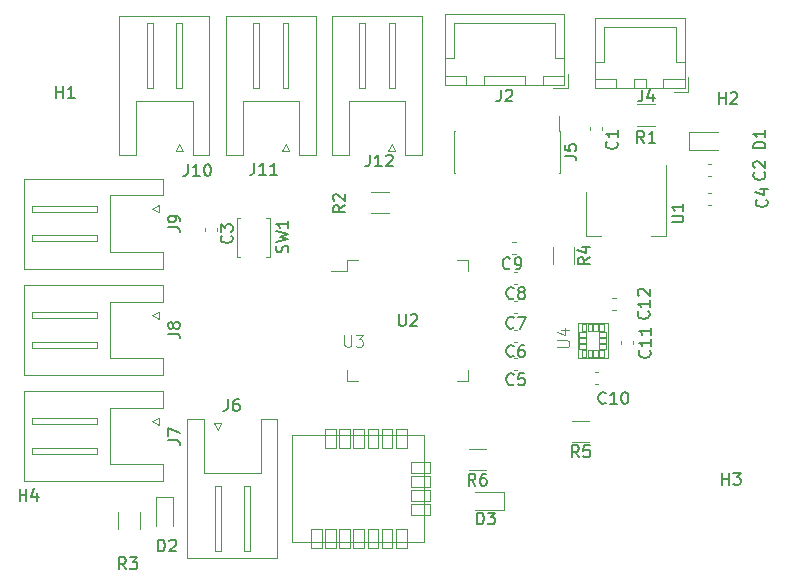
<source format=gbr>
%TF.GenerationSoftware,KiCad,Pcbnew,(7.0.0)*%
%TF.CreationDate,2023-10-25T22:20:09+02:00*%
%TF.ProjectId,ProjetA,50726f6a-6574-4412-9e6b-696361645f70,rev?*%
%TF.SameCoordinates,Original*%
%TF.FileFunction,Legend,Top*%
%TF.FilePolarity,Positive*%
%FSLAX46Y46*%
G04 Gerber Fmt 4.6, Leading zero omitted, Abs format (unit mm)*
G04 Created by KiCad (PCBNEW (7.0.0)) date 2023-10-25 22:20:09*
%MOMM*%
%LPD*%
G01*
G04 APERTURE LIST*
%ADD10C,0.150000*%
%ADD11C,0.100000*%
%ADD12C,0.120000*%
%ADD13C,0.020000*%
%ADD14C,0.050000*%
G04 APERTURE END LIST*
D10*
%TO.C,J11*%
X102590476Y-61367380D02*
X102590476Y-62081666D01*
X102590476Y-62081666D02*
X102542857Y-62224523D01*
X102542857Y-62224523D02*
X102447619Y-62319761D01*
X102447619Y-62319761D02*
X102304762Y-62367380D01*
X102304762Y-62367380D02*
X102209524Y-62367380D01*
X103590476Y-62367380D02*
X103019048Y-62367380D01*
X103304762Y-62367380D02*
X103304762Y-61367380D01*
X103304762Y-61367380D02*
X103209524Y-61510238D01*
X103209524Y-61510238D02*
X103114286Y-61605476D01*
X103114286Y-61605476D02*
X103019048Y-61653095D01*
X104542857Y-62367380D02*
X103971429Y-62367380D01*
X104257143Y-62367380D02*
X104257143Y-61367380D01*
X104257143Y-61367380D02*
X104161905Y-61510238D01*
X104161905Y-61510238D02*
X104066667Y-61605476D01*
X104066667Y-61605476D02*
X103971429Y-61653095D01*
%TO.C,R1*%
X135608333Y-59667380D02*
X135275000Y-59191190D01*
X135036905Y-59667380D02*
X135036905Y-58667380D01*
X135036905Y-58667380D02*
X135417857Y-58667380D01*
X135417857Y-58667380D02*
X135513095Y-58715000D01*
X135513095Y-58715000D02*
X135560714Y-58762619D01*
X135560714Y-58762619D02*
X135608333Y-58857857D01*
X135608333Y-58857857D02*
X135608333Y-59000714D01*
X135608333Y-59000714D02*
X135560714Y-59095952D01*
X135560714Y-59095952D02*
X135513095Y-59143571D01*
X135513095Y-59143571D02*
X135417857Y-59191190D01*
X135417857Y-59191190D02*
X135036905Y-59191190D01*
X136560714Y-59667380D02*
X135989286Y-59667380D01*
X136275000Y-59667380D02*
X136275000Y-58667380D01*
X136275000Y-58667380D02*
X136179762Y-58810238D01*
X136179762Y-58810238D02*
X136084524Y-58905476D01*
X136084524Y-58905476D02*
X135989286Y-58953095D01*
%TO.C,J10*%
X96990476Y-61467380D02*
X96990476Y-62181666D01*
X96990476Y-62181666D02*
X96942857Y-62324523D01*
X96942857Y-62324523D02*
X96847619Y-62419761D01*
X96847619Y-62419761D02*
X96704762Y-62467380D01*
X96704762Y-62467380D02*
X96609524Y-62467380D01*
X97990476Y-62467380D02*
X97419048Y-62467380D01*
X97704762Y-62467380D02*
X97704762Y-61467380D01*
X97704762Y-61467380D02*
X97609524Y-61610238D01*
X97609524Y-61610238D02*
X97514286Y-61705476D01*
X97514286Y-61705476D02*
X97419048Y-61753095D01*
X98609524Y-61467380D02*
X98704762Y-61467380D01*
X98704762Y-61467380D02*
X98800000Y-61515000D01*
X98800000Y-61515000D02*
X98847619Y-61562619D01*
X98847619Y-61562619D02*
X98895238Y-61657857D01*
X98895238Y-61657857D02*
X98942857Y-61848333D01*
X98942857Y-61848333D02*
X98942857Y-62086428D01*
X98942857Y-62086428D02*
X98895238Y-62276904D01*
X98895238Y-62276904D02*
X98847619Y-62372142D01*
X98847619Y-62372142D02*
X98800000Y-62419761D01*
X98800000Y-62419761D02*
X98704762Y-62467380D01*
X98704762Y-62467380D02*
X98609524Y-62467380D01*
X98609524Y-62467380D02*
X98514286Y-62419761D01*
X98514286Y-62419761D02*
X98466667Y-62372142D01*
X98466667Y-62372142D02*
X98419048Y-62276904D01*
X98419048Y-62276904D02*
X98371429Y-62086428D01*
X98371429Y-62086428D02*
X98371429Y-61848333D01*
X98371429Y-61848333D02*
X98419048Y-61657857D01*
X98419048Y-61657857D02*
X98466667Y-61562619D01*
X98466667Y-61562619D02*
X98514286Y-61515000D01*
X98514286Y-61515000D02*
X98609524Y-61467380D01*
%TO.C,C3*%
X100672142Y-67516666D02*
X100719761Y-67564285D01*
X100719761Y-67564285D02*
X100767380Y-67707142D01*
X100767380Y-67707142D02*
X100767380Y-67802380D01*
X100767380Y-67802380D02*
X100719761Y-67945237D01*
X100719761Y-67945237D02*
X100624523Y-68040475D01*
X100624523Y-68040475D02*
X100529285Y-68088094D01*
X100529285Y-68088094D02*
X100338809Y-68135713D01*
X100338809Y-68135713D02*
X100195952Y-68135713D01*
X100195952Y-68135713D02*
X100005476Y-68088094D01*
X100005476Y-68088094D02*
X99910238Y-68040475D01*
X99910238Y-68040475D02*
X99815000Y-67945237D01*
X99815000Y-67945237D02*
X99767380Y-67802380D01*
X99767380Y-67802380D02*
X99767380Y-67707142D01*
X99767380Y-67707142D02*
X99815000Y-67564285D01*
X99815000Y-67564285D02*
X99862619Y-67516666D01*
X99767380Y-67183332D02*
X99767380Y-66564285D01*
X99767380Y-66564285D02*
X100148333Y-66897618D01*
X100148333Y-66897618D02*
X100148333Y-66754761D01*
X100148333Y-66754761D02*
X100195952Y-66659523D01*
X100195952Y-66659523D02*
X100243571Y-66611904D01*
X100243571Y-66611904D02*
X100338809Y-66564285D01*
X100338809Y-66564285D02*
X100576904Y-66564285D01*
X100576904Y-66564285D02*
X100672142Y-66611904D01*
X100672142Y-66611904D02*
X100719761Y-66659523D01*
X100719761Y-66659523D02*
X100767380Y-66754761D01*
X100767380Y-66754761D02*
X100767380Y-67040475D01*
X100767380Y-67040475D02*
X100719761Y-67135713D01*
X100719761Y-67135713D02*
X100672142Y-67183332D01*
%TO.C,R6*%
X121333333Y-88687380D02*
X121000000Y-88211190D01*
X120761905Y-88687380D02*
X120761905Y-87687380D01*
X120761905Y-87687380D02*
X121142857Y-87687380D01*
X121142857Y-87687380D02*
X121238095Y-87735000D01*
X121238095Y-87735000D02*
X121285714Y-87782619D01*
X121285714Y-87782619D02*
X121333333Y-87877857D01*
X121333333Y-87877857D02*
X121333333Y-88020714D01*
X121333333Y-88020714D02*
X121285714Y-88115952D01*
X121285714Y-88115952D02*
X121238095Y-88163571D01*
X121238095Y-88163571D02*
X121142857Y-88211190D01*
X121142857Y-88211190D02*
X120761905Y-88211190D01*
X122190476Y-87687380D02*
X122000000Y-87687380D01*
X122000000Y-87687380D02*
X121904762Y-87735000D01*
X121904762Y-87735000D02*
X121857143Y-87782619D01*
X121857143Y-87782619D02*
X121761905Y-87925476D01*
X121761905Y-87925476D02*
X121714286Y-88115952D01*
X121714286Y-88115952D02*
X121714286Y-88496904D01*
X121714286Y-88496904D02*
X121761905Y-88592142D01*
X121761905Y-88592142D02*
X121809524Y-88639761D01*
X121809524Y-88639761D02*
X121904762Y-88687380D01*
X121904762Y-88687380D02*
X122095238Y-88687380D01*
X122095238Y-88687380D02*
X122190476Y-88639761D01*
X122190476Y-88639761D02*
X122238095Y-88592142D01*
X122238095Y-88592142D02*
X122285714Y-88496904D01*
X122285714Y-88496904D02*
X122285714Y-88258809D01*
X122285714Y-88258809D02*
X122238095Y-88163571D01*
X122238095Y-88163571D02*
X122190476Y-88115952D01*
X122190476Y-88115952D02*
X122095238Y-88068333D01*
X122095238Y-88068333D02*
X121904762Y-88068333D01*
X121904762Y-88068333D02*
X121809524Y-88115952D01*
X121809524Y-88115952D02*
X121761905Y-88163571D01*
X121761905Y-88163571D02*
X121714286Y-88258809D01*
%TO.C,D2*%
X94461905Y-94267380D02*
X94461905Y-93267380D01*
X94461905Y-93267380D02*
X94700000Y-93267380D01*
X94700000Y-93267380D02*
X94842857Y-93315000D01*
X94842857Y-93315000D02*
X94938095Y-93410238D01*
X94938095Y-93410238D02*
X94985714Y-93505476D01*
X94985714Y-93505476D02*
X95033333Y-93695952D01*
X95033333Y-93695952D02*
X95033333Y-93838809D01*
X95033333Y-93838809D02*
X94985714Y-94029285D01*
X94985714Y-94029285D02*
X94938095Y-94124523D01*
X94938095Y-94124523D02*
X94842857Y-94219761D01*
X94842857Y-94219761D02*
X94700000Y-94267380D01*
X94700000Y-94267380D02*
X94461905Y-94267380D01*
X95414286Y-93362619D02*
X95461905Y-93315000D01*
X95461905Y-93315000D02*
X95557143Y-93267380D01*
X95557143Y-93267380D02*
X95795238Y-93267380D01*
X95795238Y-93267380D02*
X95890476Y-93315000D01*
X95890476Y-93315000D02*
X95938095Y-93362619D01*
X95938095Y-93362619D02*
X95985714Y-93457857D01*
X95985714Y-93457857D02*
X95985714Y-93553095D01*
X95985714Y-93553095D02*
X95938095Y-93695952D01*
X95938095Y-93695952D02*
X95366667Y-94267380D01*
X95366667Y-94267380D02*
X95985714Y-94267380D01*
%TO.C,H4*%
X82738095Y-89967380D02*
X82738095Y-88967380D01*
X82738095Y-89443571D02*
X83309523Y-89443571D01*
X83309523Y-89967380D02*
X83309523Y-88967380D01*
X84214285Y-89300714D02*
X84214285Y-89967380D01*
X83976190Y-88919761D02*
X83738095Y-89634047D01*
X83738095Y-89634047D02*
X84357142Y-89634047D01*
%TO.C,C9*%
X124258333Y-70272142D02*
X124210714Y-70319761D01*
X124210714Y-70319761D02*
X124067857Y-70367380D01*
X124067857Y-70367380D02*
X123972619Y-70367380D01*
X123972619Y-70367380D02*
X123829762Y-70319761D01*
X123829762Y-70319761D02*
X123734524Y-70224523D01*
X123734524Y-70224523D02*
X123686905Y-70129285D01*
X123686905Y-70129285D02*
X123639286Y-69938809D01*
X123639286Y-69938809D02*
X123639286Y-69795952D01*
X123639286Y-69795952D02*
X123686905Y-69605476D01*
X123686905Y-69605476D02*
X123734524Y-69510238D01*
X123734524Y-69510238D02*
X123829762Y-69415000D01*
X123829762Y-69415000D02*
X123972619Y-69367380D01*
X123972619Y-69367380D02*
X124067857Y-69367380D01*
X124067857Y-69367380D02*
X124210714Y-69415000D01*
X124210714Y-69415000D02*
X124258333Y-69462619D01*
X124734524Y-70367380D02*
X124925000Y-70367380D01*
X124925000Y-70367380D02*
X125020238Y-70319761D01*
X125020238Y-70319761D02*
X125067857Y-70272142D01*
X125067857Y-70272142D02*
X125163095Y-70129285D01*
X125163095Y-70129285D02*
X125210714Y-69938809D01*
X125210714Y-69938809D02*
X125210714Y-69557857D01*
X125210714Y-69557857D02*
X125163095Y-69462619D01*
X125163095Y-69462619D02*
X125115476Y-69415000D01*
X125115476Y-69415000D02*
X125020238Y-69367380D01*
X125020238Y-69367380D02*
X124829762Y-69367380D01*
X124829762Y-69367380D02*
X124734524Y-69415000D01*
X124734524Y-69415000D02*
X124686905Y-69462619D01*
X124686905Y-69462619D02*
X124639286Y-69557857D01*
X124639286Y-69557857D02*
X124639286Y-69795952D01*
X124639286Y-69795952D02*
X124686905Y-69891190D01*
X124686905Y-69891190D02*
X124734524Y-69938809D01*
X124734524Y-69938809D02*
X124829762Y-69986428D01*
X124829762Y-69986428D02*
X125020238Y-69986428D01*
X125020238Y-69986428D02*
X125115476Y-69938809D01*
X125115476Y-69938809D02*
X125163095Y-69891190D01*
X125163095Y-69891190D02*
X125210714Y-69795952D01*
%TO.C,H2*%
X141938095Y-56367380D02*
X141938095Y-55367380D01*
X141938095Y-55843571D02*
X142509523Y-55843571D01*
X142509523Y-56367380D02*
X142509523Y-55367380D01*
X142938095Y-55462619D02*
X142985714Y-55415000D01*
X142985714Y-55415000D02*
X143080952Y-55367380D01*
X143080952Y-55367380D02*
X143319047Y-55367380D01*
X143319047Y-55367380D02*
X143414285Y-55415000D01*
X143414285Y-55415000D02*
X143461904Y-55462619D01*
X143461904Y-55462619D02*
X143509523Y-55557857D01*
X143509523Y-55557857D02*
X143509523Y-55653095D01*
X143509523Y-55653095D02*
X143461904Y-55795952D01*
X143461904Y-55795952D02*
X142890476Y-56367380D01*
X142890476Y-56367380D02*
X143509523Y-56367380D01*
%TO.C,J12*%
X112390476Y-60667380D02*
X112390476Y-61381666D01*
X112390476Y-61381666D02*
X112342857Y-61524523D01*
X112342857Y-61524523D02*
X112247619Y-61619761D01*
X112247619Y-61619761D02*
X112104762Y-61667380D01*
X112104762Y-61667380D02*
X112009524Y-61667380D01*
X113390476Y-61667380D02*
X112819048Y-61667380D01*
X113104762Y-61667380D02*
X113104762Y-60667380D01*
X113104762Y-60667380D02*
X113009524Y-60810238D01*
X113009524Y-60810238D02*
X112914286Y-60905476D01*
X112914286Y-60905476D02*
X112819048Y-60953095D01*
X113771429Y-60762619D02*
X113819048Y-60715000D01*
X113819048Y-60715000D02*
X113914286Y-60667380D01*
X113914286Y-60667380D02*
X114152381Y-60667380D01*
X114152381Y-60667380D02*
X114247619Y-60715000D01*
X114247619Y-60715000D02*
X114295238Y-60762619D01*
X114295238Y-60762619D02*
X114342857Y-60857857D01*
X114342857Y-60857857D02*
X114342857Y-60953095D01*
X114342857Y-60953095D02*
X114295238Y-61095952D01*
X114295238Y-61095952D02*
X113723810Y-61667380D01*
X113723810Y-61667380D02*
X114342857Y-61667380D01*
%TO.C,D1*%
X145867380Y-60138094D02*
X144867380Y-60138094D01*
X144867380Y-60138094D02*
X144867380Y-59899999D01*
X144867380Y-59899999D02*
X144915000Y-59757142D01*
X144915000Y-59757142D02*
X145010238Y-59661904D01*
X145010238Y-59661904D02*
X145105476Y-59614285D01*
X145105476Y-59614285D02*
X145295952Y-59566666D01*
X145295952Y-59566666D02*
X145438809Y-59566666D01*
X145438809Y-59566666D02*
X145629285Y-59614285D01*
X145629285Y-59614285D02*
X145724523Y-59661904D01*
X145724523Y-59661904D02*
X145819761Y-59757142D01*
X145819761Y-59757142D02*
X145867380Y-59899999D01*
X145867380Y-59899999D02*
X145867380Y-60138094D01*
X145867380Y-58614285D02*
X145867380Y-59185713D01*
X145867380Y-58899999D02*
X144867380Y-58899999D01*
X144867380Y-58899999D02*
X145010238Y-58995237D01*
X145010238Y-58995237D02*
X145105476Y-59090475D01*
X145105476Y-59090475D02*
X145153095Y-59185713D01*
%TO.C,C11*%
X136072142Y-77242857D02*
X136119761Y-77290476D01*
X136119761Y-77290476D02*
X136167380Y-77433333D01*
X136167380Y-77433333D02*
X136167380Y-77528571D01*
X136167380Y-77528571D02*
X136119761Y-77671428D01*
X136119761Y-77671428D02*
X136024523Y-77766666D01*
X136024523Y-77766666D02*
X135929285Y-77814285D01*
X135929285Y-77814285D02*
X135738809Y-77861904D01*
X135738809Y-77861904D02*
X135595952Y-77861904D01*
X135595952Y-77861904D02*
X135405476Y-77814285D01*
X135405476Y-77814285D02*
X135310238Y-77766666D01*
X135310238Y-77766666D02*
X135215000Y-77671428D01*
X135215000Y-77671428D02*
X135167380Y-77528571D01*
X135167380Y-77528571D02*
X135167380Y-77433333D01*
X135167380Y-77433333D02*
X135215000Y-77290476D01*
X135215000Y-77290476D02*
X135262619Y-77242857D01*
X136167380Y-76290476D02*
X136167380Y-76861904D01*
X136167380Y-76576190D02*
X135167380Y-76576190D01*
X135167380Y-76576190D02*
X135310238Y-76671428D01*
X135310238Y-76671428D02*
X135405476Y-76766666D01*
X135405476Y-76766666D02*
X135453095Y-76861904D01*
X136167380Y-75338095D02*
X136167380Y-75909523D01*
X136167380Y-75623809D02*
X135167380Y-75623809D01*
X135167380Y-75623809D02*
X135310238Y-75719047D01*
X135310238Y-75719047D02*
X135405476Y-75814285D01*
X135405476Y-75814285D02*
X135453095Y-75909523D01*
%TO.C,C8*%
X124570833Y-72802142D02*
X124523214Y-72849761D01*
X124523214Y-72849761D02*
X124380357Y-72897380D01*
X124380357Y-72897380D02*
X124285119Y-72897380D01*
X124285119Y-72897380D02*
X124142262Y-72849761D01*
X124142262Y-72849761D02*
X124047024Y-72754523D01*
X124047024Y-72754523D02*
X123999405Y-72659285D01*
X123999405Y-72659285D02*
X123951786Y-72468809D01*
X123951786Y-72468809D02*
X123951786Y-72325952D01*
X123951786Y-72325952D02*
X123999405Y-72135476D01*
X123999405Y-72135476D02*
X124047024Y-72040238D01*
X124047024Y-72040238D02*
X124142262Y-71945000D01*
X124142262Y-71945000D02*
X124285119Y-71897380D01*
X124285119Y-71897380D02*
X124380357Y-71897380D01*
X124380357Y-71897380D02*
X124523214Y-71945000D01*
X124523214Y-71945000D02*
X124570833Y-71992619D01*
X125142262Y-72325952D02*
X125047024Y-72278333D01*
X125047024Y-72278333D02*
X124999405Y-72230714D01*
X124999405Y-72230714D02*
X124951786Y-72135476D01*
X124951786Y-72135476D02*
X124951786Y-72087857D01*
X124951786Y-72087857D02*
X124999405Y-71992619D01*
X124999405Y-71992619D02*
X125047024Y-71945000D01*
X125047024Y-71945000D02*
X125142262Y-71897380D01*
X125142262Y-71897380D02*
X125332738Y-71897380D01*
X125332738Y-71897380D02*
X125427976Y-71945000D01*
X125427976Y-71945000D02*
X125475595Y-71992619D01*
X125475595Y-71992619D02*
X125523214Y-72087857D01*
X125523214Y-72087857D02*
X125523214Y-72135476D01*
X125523214Y-72135476D02*
X125475595Y-72230714D01*
X125475595Y-72230714D02*
X125427976Y-72278333D01*
X125427976Y-72278333D02*
X125332738Y-72325952D01*
X125332738Y-72325952D02*
X125142262Y-72325952D01*
X125142262Y-72325952D02*
X125047024Y-72373571D01*
X125047024Y-72373571D02*
X124999405Y-72421190D01*
X124999405Y-72421190D02*
X124951786Y-72516428D01*
X124951786Y-72516428D02*
X124951786Y-72706904D01*
X124951786Y-72706904D02*
X124999405Y-72802142D01*
X124999405Y-72802142D02*
X125047024Y-72849761D01*
X125047024Y-72849761D02*
X125142262Y-72897380D01*
X125142262Y-72897380D02*
X125332738Y-72897380D01*
X125332738Y-72897380D02*
X125427976Y-72849761D01*
X125427976Y-72849761D02*
X125475595Y-72802142D01*
X125475595Y-72802142D02*
X125523214Y-72706904D01*
X125523214Y-72706904D02*
X125523214Y-72516428D01*
X125523214Y-72516428D02*
X125475595Y-72421190D01*
X125475595Y-72421190D02*
X125427976Y-72373571D01*
X125427976Y-72373571D02*
X125332738Y-72325952D01*
%TO.C,C12*%
X135972142Y-73942857D02*
X136019761Y-73990476D01*
X136019761Y-73990476D02*
X136067380Y-74133333D01*
X136067380Y-74133333D02*
X136067380Y-74228571D01*
X136067380Y-74228571D02*
X136019761Y-74371428D01*
X136019761Y-74371428D02*
X135924523Y-74466666D01*
X135924523Y-74466666D02*
X135829285Y-74514285D01*
X135829285Y-74514285D02*
X135638809Y-74561904D01*
X135638809Y-74561904D02*
X135495952Y-74561904D01*
X135495952Y-74561904D02*
X135305476Y-74514285D01*
X135305476Y-74514285D02*
X135210238Y-74466666D01*
X135210238Y-74466666D02*
X135115000Y-74371428D01*
X135115000Y-74371428D02*
X135067380Y-74228571D01*
X135067380Y-74228571D02*
X135067380Y-74133333D01*
X135067380Y-74133333D02*
X135115000Y-73990476D01*
X135115000Y-73990476D02*
X135162619Y-73942857D01*
X136067380Y-72990476D02*
X136067380Y-73561904D01*
X136067380Y-73276190D02*
X135067380Y-73276190D01*
X135067380Y-73276190D02*
X135210238Y-73371428D01*
X135210238Y-73371428D02*
X135305476Y-73466666D01*
X135305476Y-73466666D02*
X135353095Y-73561904D01*
X135162619Y-72609523D02*
X135115000Y-72561904D01*
X135115000Y-72561904D02*
X135067380Y-72466666D01*
X135067380Y-72466666D02*
X135067380Y-72228571D01*
X135067380Y-72228571D02*
X135115000Y-72133333D01*
X135115000Y-72133333D02*
X135162619Y-72085714D01*
X135162619Y-72085714D02*
X135257857Y-72038095D01*
X135257857Y-72038095D02*
X135353095Y-72038095D01*
X135353095Y-72038095D02*
X135495952Y-72085714D01*
X135495952Y-72085714D02*
X136067380Y-72657142D01*
X136067380Y-72657142D02*
X136067380Y-72038095D01*
%TO.C,C10*%
X132357142Y-81672142D02*
X132309523Y-81719761D01*
X132309523Y-81719761D02*
X132166666Y-81767380D01*
X132166666Y-81767380D02*
X132071428Y-81767380D01*
X132071428Y-81767380D02*
X131928571Y-81719761D01*
X131928571Y-81719761D02*
X131833333Y-81624523D01*
X131833333Y-81624523D02*
X131785714Y-81529285D01*
X131785714Y-81529285D02*
X131738095Y-81338809D01*
X131738095Y-81338809D02*
X131738095Y-81195952D01*
X131738095Y-81195952D02*
X131785714Y-81005476D01*
X131785714Y-81005476D02*
X131833333Y-80910238D01*
X131833333Y-80910238D02*
X131928571Y-80815000D01*
X131928571Y-80815000D02*
X132071428Y-80767380D01*
X132071428Y-80767380D02*
X132166666Y-80767380D01*
X132166666Y-80767380D02*
X132309523Y-80815000D01*
X132309523Y-80815000D02*
X132357142Y-80862619D01*
X133309523Y-81767380D02*
X132738095Y-81767380D01*
X133023809Y-81767380D02*
X133023809Y-80767380D01*
X133023809Y-80767380D02*
X132928571Y-80910238D01*
X132928571Y-80910238D02*
X132833333Y-81005476D01*
X132833333Y-81005476D02*
X132738095Y-81053095D01*
X133928571Y-80767380D02*
X134023809Y-80767380D01*
X134023809Y-80767380D02*
X134119047Y-80815000D01*
X134119047Y-80815000D02*
X134166666Y-80862619D01*
X134166666Y-80862619D02*
X134214285Y-80957857D01*
X134214285Y-80957857D02*
X134261904Y-81148333D01*
X134261904Y-81148333D02*
X134261904Y-81386428D01*
X134261904Y-81386428D02*
X134214285Y-81576904D01*
X134214285Y-81576904D02*
X134166666Y-81672142D01*
X134166666Y-81672142D02*
X134119047Y-81719761D01*
X134119047Y-81719761D02*
X134023809Y-81767380D01*
X134023809Y-81767380D02*
X133928571Y-81767380D01*
X133928571Y-81767380D02*
X133833333Y-81719761D01*
X133833333Y-81719761D02*
X133785714Y-81672142D01*
X133785714Y-81672142D02*
X133738095Y-81576904D01*
X133738095Y-81576904D02*
X133690476Y-81386428D01*
X133690476Y-81386428D02*
X133690476Y-81148333D01*
X133690476Y-81148333D02*
X133738095Y-80957857D01*
X133738095Y-80957857D02*
X133785714Y-80862619D01*
X133785714Y-80862619D02*
X133833333Y-80815000D01*
X133833333Y-80815000D02*
X133928571Y-80767380D01*
%TO.C,H1*%
X85838095Y-55867380D02*
X85838095Y-54867380D01*
X85838095Y-55343571D02*
X86409523Y-55343571D01*
X86409523Y-55867380D02*
X86409523Y-54867380D01*
X87409523Y-55867380D02*
X86838095Y-55867380D01*
X87123809Y-55867380D02*
X87123809Y-54867380D01*
X87123809Y-54867380D02*
X87028571Y-55010238D01*
X87028571Y-55010238D02*
X86933333Y-55105476D01*
X86933333Y-55105476D02*
X86838095Y-55153095D01*
%TO.C,C1*%
X133277142Y-59566666D02*
X133324761Y-59614285D01*
X133324761Y-59614285D02*
X133372380Y-59757142D01*
X133372380Y-59757142D02*
X133372380Y-59852380D01*
X133372380Y-59852380D02*
X133324761Y-59995237D01*
X133324761Y-59995237D02*
X133229523Y-60090475D01*
X133229523Y-60090475D02*
X133134285Y-60138094D01*
X133134285Y-60138094D02*
X132943809Y-60185713D01*
X132943809Y-60185713D02*
X132800952Y-60185713D01*
X132800952Y-60185713D02*
X132610476Y-60138094D01*
X132610476Y-60138094D02*
X132515238Y-60090475D01*
X132515238Y-60090475D02*
X132420000Y-59995237D01*
X132420000Y-59995237D02*
X132372380Y-59852380D01*
X132372380Y-59852380D02*
X132372380Y-59757142D01*
X132372380Y-59757142D02*
X132420000Y-59614285D01*
X132420000Y-59614285D02*
X132467619Y-59566666D01*
X133372380Y-58614285D02*
X133372380Y-59185713D01*
X133372380Y-58899999D02*
X132372380Y-58899999D01*
X132372380Y-58899999D02*
X132515238Y-58995237D01*
X132515238Y-58995237D02*
X132610476Y-59090475D01*
X132610476Y-59090475D02*
X132658095Y-59185713D01*
%TO.C,J9*%
X95317380Y-66833333D02*
X96031666Y-66833333D01*
X96031666Y-66833333D02*
X96174523Y-66880952D01*
X96174523Y-66880952D02*
X96269761Y-66976190D01*
X96269761Y-66976190D02*
X96317380Y-67119047D01*
X96317380Y-67119047D02*
X96317380Y-67214285D01*
X96317380Y-66309523D02*
X96317380Y-66119047D01*
X96317380Y-66119047D02*
X96269761Y-66023809D01*
X96269761Y-66023809D02*
X96222142Y-65976190D01*
X96222142Y-65976190D02*
X96079285Y-65880952D01*
X96079285Y-65880952D02*
X95888809Y-65833333D01*
X95888809Y-65833333D02*
X95507857Y-65833333D01*
X95507857Y-65833333D02*
X95412619Y-65880952D01*
X95412619Y-65880952D02*
X95365000Y-65928571D01*
X95365000Y-65928571D02*
X95317380Y-66023809D01*
X95317380Y-66023809D02*
X95317380Y-66214285D01*
X95317380Y-66214285D02*
X95365000Y-66309523D01*
X95365000Y-66309523D02*
X95412619Y-66357142D01*
X95412619Y-66357142D02*
X95507857Y-66404761D01*
X95507857Y-66404761D02*
X95745952Y-66404761D01*
X95745952Y-66404761D02*
X95841190Y-66357142D01*
X95841190Y-66357142D02*
X95888809Y-66309523D01*
X95888809Y-66309523D02*
X95936428Y-66214285D01*
X95936428Y-66214285D02*
X95936428Y-66023809D01*
X95936428Y-66023809D02*
X95888809Y-65928571D01*
X95888809Y-65928571D02*
X95841190Y-65880952D01*
X95841190Y-65880952D02*
X95745952Y-65833333D01*
%TO.C,C2*%
X145772142Y-62166666D02*
X145819761Y-62214285D01*
X145819761Y-62214285D02*
X145867380Y-62357142D01*
X145867380Y-62357142D02*
X145867380Y-62452380D01*
X145867380Y-62452380D02*
X145819761Y-62595237D01*
X145819761Y-62595237D02*
X145724523Y-62690475D01*
X145724523Y-62690475D02*
X145629285Y-62738094D01*
X145629285Y-62738094D02*
X145438809Y-62785713D01*
X145438809Y-62785713D02*
X145295952Y-62785713D01*
X145295952Y-62785713D02*
X145105476Y-62738094D01*
X145105476Y-62738094D02*
X145010238Y-62690475D01*
X145010238Y-62690475D02*
X144915000Y-62595237D01*
X144915000Y-62595237D02*
X144867380Y-62452380D01*
X144867380Y-62452380D02*
X144867380Y-62357142D01*
X144867380Y-62357142D02*
X144915000Y-62214285D01*
X144915000Y-62214285D02*
X144962619Y-62166666D01*
X144962619Y-61785713D02*
X144915000Y-61738094D01*
X144915000Y-61738094D02*
X144867380Y-61642856D01*
X144867380Y-61642856D02*
X144867380Y-61404761D01*
X144867380Y-61404761D02*
X144915000Y-61309523D01*
X144915000Y-61309523D02*
X144962619Y-61261904D01*
X144962619Y-61261904D02*
X145057857Y-61214285D01*
X145057857Y-61214285D02*
X145153095Y-61214285D01*
X145153095Y-61214285D02*
X145295952Y-61261904D01*
X145295952Y-61261904D02*
X145867380Y-61833332D01*
X145867380Y-61833332D02*
X145867380Y-61214285D01*
%TO.C,C4*%
X145972142Y-64466666D02*
X146019761Y-64514285D01*
X146019761Y-64514285D02*
X146067380Y-64657142D01*
X146067380Y-64657142D02*
X146067380Y-64752380D01*
X146067380Y-64752380D02*
X146019761Y-64895237D01*
X146019761Y-64895237D02*
X145924523Y-64990475D01*
X145924523Y-64990475D02*
X145829285Y-65038094D01*
X145829285Y-65038094D02*
X145638809Y-65085713D01*
X145638809Y-65085713D02*
X145495952Y-65085713D01*
X145495952Y-65085713D02*
X145305476Y-65038094D01*
X145305476Y-65038094D02*
X145210238Y-64990475D01*
X145210238Y-64990475D02*
X145115000Y-64895237D01*
X145115000Y-64895237D02*
X145067380Y-64752380D01*
X145067380Y-64752380D02*
X145067380Y-64657142D01*
X145067380Y-64657142D02*
X145115000Y-64514285D01*
X145115000Y-64514285D02*
X145162619Y-64466666D01*
X145400714Y-63609523D02*
X146067380Y-63609523D01*
X145019761Y-63847618D02*
X145734047Y-64085713D01*
X145734047Y-64085713D02*
X145734047Y-63466666D01*
%TO.C,U2*%
X114838095Y-74167380D02*
X114838095Y-74976904D01*
X114838095Y-74976904D02*
X114885714Y-75072142D01*
X114885714Y-75072142D02*
X114933333Y-75119761D01*
X114933333Y-75119761D02*
X115028571Y-75167380D01*
X115028571Y-75167380D02*
X115219047Y-75167380D01*
X115219047Y-75167380D02*
X115314285Y-75119761D01*
X115314285Y-75119761D02*
X115361904Y-75072142D01*
X115361904Y-75072142D02*
X115409523Y-74976904D01*
X115409523Y-74976904D02*
X115409523Y-74167380D01*
X115838095Y-74262619D02*
X115885714Y-74215000D01*
X115885714Y-74215000D02*
X115980952Y-74167380D01*
X115980952Y-74167380D02*
X116219047Y-74167380D01*
X116219047Y-74167380D02*
X116314285Y-74215000D01*
X116314285Y-74215000D02*
X116361904Y-74262619D01*
X116361904Y-74262619D02*
X116409523Y-74357857D01*
X116409523Y-74357857D02*
X116409523Y-74453095D01*
X116409523Y-74453095D02*
X116361904Y-74595952D01*
X116361904Y-74595952D02*
X115790476Y-75167380D01*
X115790476Y-75167380D02*
X116409523Y-75167380D01*
D11*
%TO.C,U4*%
X128267380Y-76961904D02*
X129076904Y-76961904D01*
X129076904Y-76961904D02*
X129172142Y-76914285D01*
X129172142Y-76914285D02*
X129219761Y-76866666D01*
X129219761Y-76866666D02*
X129267380Y-76771428D01*
X129267380Y-76771428D02*
X129267380Y-76580952D01*
X129267380Y-76580952D02*
X129219761Y-76485714D01*
X129219761Y-76485714D02*
X129172142Y-76438095D01*
X129172142Y-76438095D02*
X129076904Y-76390476D01*
X129076904Y-76390476D02*
X128267380Y-76390476D01*
X128600714Y-75485714D02*
X129267380Y-75485714D01*
X128219761Y-75723809D02*
X128934047Y-75961904D01*
X128934047Y-75961904D02*
X128934047Y-75342857D01*
D10*
%TO.C,J5*%
X128872380Y-60783333D02*
X129586666Y-60783333D01*
X129586666Y-60783333D02*
X129729523Y-60830952D01*
X129729523Y-60830952D02*
X129824761Y-60926190D01*
X129824761Y-60926190D02*
X129872380Y-61069047D01*
X129872380Y-61069047D02*
X129872380Y-61164285D01*
X128872380Y-59830952D02*
X128872380Y-60307142D01*
X128872380Y-60307142D02*
X129348571Y-60354761D01*
X129348571Y-60354761D02*
X129300952Y-60307142D01*
X129300952Y-60307142D02*
X129253333Y-60211904D01*
X129253333Y-60211904D02*
X129253333Y-59973809D01*
X129253333Y-59973809D02*
X129300952Y-59878571D01*
X129300952Y-59878571D02*
X129348571Y-59830952D01*
X129348571Y-59830952D02*
X129443809Y-59783333D01*
X129443809Y-59783333D02*
X129681904Y-59783333D01*
X129681904Y-59783333D02*
X129777142Y-59830952D01*
X129777142Y-59830952D02*
X129824761Y-59878571D01*
X129824761Y-59878571D02*
X129872380Y-59973809D01*
X129872380Y-59973809D02*
X129872380Y-60211904D01*
X129872380Y-60211904D02*
X129824761Y-60307142D01*
X129824761Y-60307142D02*
X129777142Y-60354761D01*
%TO.C,R2*%
X110267380Y-64966666D02*
X109791190Y-65299999D01*
X110267380Y-65538094D02*
X109267380Y-65538094D01*
X109267380Y-65538094D02*
X109267380Y-65157142D01*
X109267380Y-65157142D02*
X109315000Y-65061904D01*
X109315000Y-65061904D02*
X109362619Y-65014285D01*
X109362619Y-65014285D02*
X109457857Y-64966666D01*
X109457857Y-64966666D02*
X109600714Y-64966666D01*
X109600714Y-64966666D02*
X109695952Y-65014285D01*
X109695952Y-65014285D02*
X109743571Y-65061904D01*
X109743571Y-65061904D02*
X109791190Y-65157142D01*
X109791190Y-65157142D02*
X109791190Y-65538094D01*
X109362619Y-64585713D02*
X109315000Y-64538094D01*
X109315000Y-64538094D02*
X109267380Y-64442856D01*
X109267380Y-64442856D02*
X109267380Y-64204761D01*
X109267380Y-64204761D02*
X109315000Y-64109523D01*
X109315000Y-64109523D02*
X109362619Y-64061904D01*
X109362619Y-64061904D02*
X109457857Y-64014285D01*
X109457857Y-64014285D02*
X109553095Y-64014285D01*
X109553095Y-64014285D02*
X109695952Y-64061904D01*
X109695952Y-64061904D02*
X110267380Y-64633332D01*
X110267380Y-64633332D02*
X110267380Y-64014285D01*
D11*
%TO.C,U3*%
X110238095Y-75929880D02*
X110238095Y-76739404D01*
X110238095Y-76739404D02*
X110285714Y-76834642D01*
X110285714Y-76834642D02*
X110333333Y-76882261D01*
X110333333Y-76882261D02*
X110428571Y-76929880D01*
X110428571Y-76929880D02*
X110619047Y-76929880D01*
X110619047Y-76929880D02*
X110714285Y-76882261D01*
X110714285Y-76882261D02*
X110761904Y-76834642D01*
X110761904Y-76834642D02*
X110809523Y-76739404D01*
X110809523Y-76739404D02*
X110809523Y-75929880D01*
X111190476Y-75929880D02*
X111809523Y-75929880D01*
X111809523Y-75929880D02*
X111476190Y-76310833D01*
X111476190Y-76310833D02*
X111619047Y-76310833D01*
X111619047Y-76310833D02*
X111714285Y-76358452D01*
X111714285Y-76358452D02*
X111761904Y-76406071D01*
X111761904Y-76406071D02*
X111809523Y-76501309D01*
X111809523Y-76501309D02*
X111809523Y-76739404D01*
X111809523Y-76739404D02*
X111761904Y-76834642D01*
X111761904Y-76834642D02*
X111714285Y-76882261D01*
X111714285Y-76882261D02*
X111619047Y-76929880D01*
X111619047Y-76929880D02*
X111333333Y-76929880D01*
X111333333Y-76929880D02*
X111238095Y-76882261D01*
X111238095Y-76882261D02*
X111190476Y-76834642D01*
D10*
%TO.C,J4*%
X135466666Y-55167380D02*
X135466666Y-55881666D01*
X135466666Y-55881666D02*
X135419047Y-56024523D01*
X135419047Y-56024523D02*
X135323809Y-56119761D01*
X135323809Y-56119761D02*
X135180952Y-56167380D01*
X135180952Y-56167380D02*
X135085714Y-56167380D01*
X136371428Y-55500714D02*
X136371428Y-56167380D01*
X136133333Y-55119761D02*
X135895238Y-55834047D01*
X135895238Y-55834047D02*
X136514285Y-55834047D01*
%TO.C,J6*%
X100366666Y-81367380D02*
X100366666Y-82081666D01*
X100366666Y-82081666D02*
X100319047Y-82224523D01*
X100319047Y-82224523D02*
X100223809Y-82319761D01*
X100223809Y-82319761D02*
X100080952Y-82367380D01*
X100080952Y-82367380D02*
X99985714Y-82367380D01*
X101271428Y-81367380D02*
X101080952Y-81367380D01*
X101080952Y-81367380D02*
X100985714Y-81415000D01*
X100985714Y-81415000D02*
X100938095Y-81462619D01*
X100938095Y-81462619D02*
X100842857Y-81605476D01*
X100842857Y-81605476D02*
X100795238Y-81795952D01*
X100795238Y-81795952D02*
X100795238Y-82176904D01*
X100795238Y-82176904D02*
X100842857Y-82272142D01*
X100842857Y-82272142D02*
X100890476Y-82319761D01*
X100890476Y-82319761D02*
X100985714Y-82367380D01*
X100985714Y-82367380D02*
X101176190Y-82367380D01*
X101176190Y-82367380D02*
X101271428Y-82319761D01*
X101271428Y-82319761D02*
X101319047Y-82272142D01*
X101319047Y-82272142D02*
X101366666Y-82176904D01*
X101366666Y-82176904D02*
X101366666Y-81938809D01*
X101366666Y-81938809D02*
X101319047Y-81843571D01*
X101319047Y-81843571D02*
X101271428Y-81795952D01*
X101271428Y-81795952D02*
X101176190Y-81748333D01*
X101176190Y-81748333D02*
X100985714Y-81748333D01*
X100985714Y-81748333D02*
X100890476Y-81795952D01*
X100890476Y-81795952D02*
X100842857Y-81843571D01*
X100842857Y-81843571D02*
X100795238Y-81938809D01*
%TO.C,J7*%
X95317380Y-84833333D02*
X96031666Y-84833333D01*
X96031666Y-84833333D02*
X96174523Y-84880952D01*
X96174523Y-84880952D02*
X96269761Y-84976190D01*
X96269761Y-84976190D02*
X96317380Y-85119047D01*
X96317380Y-85119047D02*
X96317380Y-85214285D01*
X95317380Y-84452380D02*
X95317380Y-83785714D01*
X95317380Y-83785714D02*
X96317380Y-84214285D01*
%TO.C,H3*%
X142213095Y-88617380D02*
X142213095Y-87617380D01*
X142213095Y-88093571D02*
X142784523Y-88093571D01*
X142784523Y-88617380D02*
X142784523Y-87617380D01*
X143165476Y-87617380D02*
X143784523Y-87617380D01*
X143784523Y-87617380D02*
X143451190Y-87998333D01*
X143451190Y-87998333D02*
X143594047Y-87998333D01*
X143594047Y-87998333D02*
X143689285Y-88045952D01*
X143689285Y-88045952D02*
X143736904Y-88093571D01*
X143736904Y-88093571D02*
X143784523Y-88188809D01*
X143784523Y-88188809D02*
X143784523Y-88426904D01*
X143784523Y-88426904D02*
X143736904Y-88522142D01*
X143736904Y-88522142D02*
X143689285Y-88569761D01*
X143689285Y-88569761D02*
X143594047Y-88617380D01*
X143594047Y-88617380D02*
X143308333Y-88617380D01*
X143308333Y-88617380D02*
X143213095Y-88569761D01*
X143213095Y-88569761D02*
X143165476Y-88522142D01*
%TO.C,D3*%
X121461905Y-91967380D02*
X121461905Y-90967380D01*
X121461905Y-90967380D02*
X121700000Y-90967380D01*
X121700000Y-90967380D02*
X121842857Y-91015000D01*
X121842857Y-91015000D02*
X121938095Y-91110238D01*
X121938095Y-91110238D02*
X121985714Y-91205476D01*
X121985714Y-91205476D02*
X122033333Y-91395952D01*
X122033333Y-91395952D02*
X122033333Y-91538809D01*
X122033333Y-91538809D02*
X121985714Y-91729285D01*
X121985714Y-91729285D02*
X121938095Y-91824523D01*
X121938095Y-91824523D02*
X121842857Y-91919761D01*
X121842857Y-91919761D02*
X121700000Y-91967380D01*
X121700000Y-91967380D02*
X121461905Y-91967380D01*
X122366667Y-90967380D02*
X122985714Y-90967380D01*
X122985714Y-90967380D02*
X122652381Y-91348333D01*
X122652381Y-91348333D02*
X122795238Y-91348333D01*
X122795238Y-91348333D02*
X122890476Y-91395952D01*
X122890476Y-91395952D02*
X122938095Y-91443571D01*
X122938095Y-91443571D02*
X122985714Y-91538809D01*
X122985714Y-91538809D02*
X122985714Y-91776904D01*
X122985714Y-91776904D02*
X122938095Y-91872142D01*
X122938095Y-91872142D02*
X122890476Y-91919761D01*
X122890476Y-91919761D02*
X122795238Y-91967380D01*
X122795238Y-91967380D02*
X122509524Y-91967380D01*
X122509524Y-91967380D02*
X122414286Y-91919761D01*
X122414286Y-91919761D02*
X122366667Y-91872142D01*
%TO.C,R3*%
X91733333Y-95767380D02*
X91400000Y-95291190D01*
X91161905Y-95767380D02*
X91161905Y-94767380D01*
X91161905Y-94767380D02*
X91542857Y-94767380D01*
X91542857Y-94767380D02*
X91638095Y-94815000D01*
X91638095Y-94815000D02*
X91685714Y-94862619D01*
X91685714Y-94862619D02*
X91733333Y-94957857D01*
X91733333Y-94957857D02*
X91733333Y-95100714D01*
X91733333Y-95100714D02*
X91685714Y-95195952D01*
X91685714Y-95195952D02*
X91638095Y-95243571D01*
X91638095Y-95243571D02*
X91542857Y-95291190D01*
X91542857Y-95291190D02*
X91161905Y-95291190D01*
X92066667Y-94767380D02*
X92685714Y-94767380D01*
X92685714Y-94767380D02*
X92352381Y-95148333D01*
X92352381Y-95148333D02*
X92495238Y-95148333D01*
X92495238Y-95148333D02*
X92590476Y-95195952D01*
X92590476Y-95195952D02*
X92638095Y-95243571D01*
X92638095Y-95243571D02*
X92685714Y-95338809D01*
X92685714Y-95338809D02*
X92685714Y-95576904D01*
X92685714Y-95576904D02*
X92638095Y-95672142D01*
X92638095Y-95672142D02*
X92590476Y-95719761D01*
X92590476Y-95719761D02*
X92495238Y-95767380D01*
X92495238Y-95767380D02*
X92209524Y-95767380D01*
X92209524Y-95767380D02*
X92114286Y-95719761D01*
X92114286Y-95719761D02*
X92066667Y-95672142D01*
%TO.C,R5*%
X130083333Y-86287380D02*
X129750000Y-85811190D01*
X129511905Y-86287380D02*
X129511905Y-85287380D01*
X129511905Y-85287380D02*
X129892857Y-85287380D01*
X129892857Y-85287380D02*
X129988095Y-85335000D01*
X129988095Y-85335000D02*
X130035714Y-85382619D01*
X130035714Y-85382619D02*
X130083333Y-85477857D01*
X130083333Y-85477857D02*
X130083333Y-85620714D01*
X130083333Y-85620714D02*
X130035714Y-85715952D01*
X130035714Y-85715952D02*
X129988095Y-85763571D01*
X129988095Y-85763571D02*
X129892857Y-85811190D01*
X129892857Y-85811190D02*
X129511905Y-85811190D01*
X130988095Y-85287380D02*
X130511905Y-85287380D01*
X130511905Y-85287380D02*
X130464286Y-85763571D01*
X130464286Y-85763571D02*
X130511905Y-85715952D01*
X130511905Y-85715952D02*
X130607143Y-85668333D01*
X130607143Y-85668333D02*
X130845238Y-85668333D01*
X130845238Y-85668333D02*
X130940476Y-85715952D01*
X130940476Y-85715952D02*
X130988095Y-85763571D01*
X130988095Y-85763571D02*
X131035714Y-85858809D01*
X131035714Y-85858809D02*
X131035714Y-86096904D01*
X131035714Y-86096904D02*
X130988095Y-86192142D01*
X130988095Y-86192142D02*
X130940476Y-86239761D01*
X130940476Y-86239761D02*
X130845238Y-86287380D01*
X130845238Y-86287380D02*
X130607143Y-86287380D01*
X130607143Y-86287380D02*
X130511905Y-86239761D01*
X130511905Y-86239761D02*
X130464286Y-86192142D01*
%TO.C,C7*%
X124570833Y-75302142D02*
X124523214Y-75349761D01*
X124523214Y-75349761D02*
X124380357Y-75397380D01*
X124380357Y-75397380D02*
X124285119Y-75397380D01*
X124285119Y-75397380D02*
X124142262Y-75349761D01*
X124142262Y-75349761D02*
X124047024Y-75254523D01*
X124047024Y-75254523D02*
X123999405Y-75159285D01*
X123999405Y-75159285D02*
X123951786Y-74968809D01*
X123951786Y-74968809D02*
X123951786Y-74825952D01*
X123951786Y-74825952D02*
X123999405Y-74635476D01*
X123999405Y-74635476D02*
X124047024Y-74540238D01*
X124047024Y-74540238D02*
X124142262Y-74445000D01*
X124142262Y-74445000D02*
X124285119Y-74397380D01*
X124285119Y-74397380D02*
X124380357Y-74397380D01*
X124380357Y-74397380D02*
X124523214Y-74445000D01*
X124523214Y-74445000D02*
X124570833Y-74492619D01*
X124904167Y-74397380D02*
X125570833Y-74397380D01*
X125570833Y-74397380D02*
X125142262Y-75397380D01*
%TO.C,C6*%
X124570833Y-77702142D02*
X124523214Y-77749761D01*
X124523214Y-77749761D02*
X124380357Y-77797380D01*
X124380357Y-77797380D02*
X124285119Y-77797380D01*
X124285119Y-77797380D02*
X124142262Y-77749761D01*
X124142262Y-77749761D02*
X124047024Y-77654523D01*
X124047024Y-77654523D02*
X123999405Y-77559285D01*
X123999405Y-77559285D02*
X123951786Y-77368809D01*
X123951786Y-77368809D02*
X123951786Y-77225952D01*
X123951786Y-77225952D02*
X123999405Y-77035476D01*
X123999405Y-77035476D02*
X124047024Y-76940238D01*
X124047024Y-76940238D02*
X124142262Y-76845000D01*
X124142262Y-76845000D02*
X124285119Y-76797380D01*
X124285119Y-76797380D02*
X124380357Y-76797380D01*
X124380357Y-76797380D02*
X124523214Y-76845000D01*
X124523214Y-76845000D02*
X124570833Y-76892619D01*
X125427976Y-76797380D02*
X125237500Y-76797380D01*
X125237500Y-76797380D02*
X125142262Y-76845000D01*
X125142262Y-76845000D02*
X125094643Y-76892619D01*
X125094643Y-76892619D02*
X124999405Y-77035476D01*
X124999405Y-77035476D02*
X124951786Y-77225952D01*
X124951786Y-77225952D02*
X124951786Y-77606904D01*
X124951786Y-77606904D02*
X124999405Y-77702142D01*
X124999405Y-77702142D02*
X125047024Y-77749761D01*
X125047024Y-77749761D02*
X125142262Y-77797380D01*
X125142262Y-77797380D02*
X125332738Y-77797380D01*
X125332738Y-77797380D02*
X125427976Y-77749761D01*
X125427976Y-77749761D02*
X125475595Y-77702142D01*
X125475595Y-77702142D02*
X125523214Y-77606904D01*
X125523214Y-77606904D02*
X125523214Y-77368809D01*
X125523214Y-77368809D02*
X125475595Y-77273571D01*
X125475595Y-77273571D02*
X125427976Y-77225952D01*
X125427976Y-77225952D02*
X125332738Y-77178333D01*
X125332738Y-77178333D02*
X125142262Y-77178333D01*
X125142262Y-77178333D02*
X125047024Y-77225952D01*
X125047024Y-77225952D02*
X124999405Y-77273571D01*
X124999405Y-77273571D02*
X124951786Y-77368809D01*
%TO.C,R4*%
X130987380Y-69366666D02*
X130511190Y-69699999D01*
X130987380Y-69938094D02*
X129987380Y-69938094D01*
X129987380Y-69938094D02*
X129987380Y-69557142D01*
X129987380Y-69557142D02*
X130035000Y-69461904D01*
X130035000Y-69461904D02*
X130082619Y-69414285D01*
X130082619Y-69414285D02*
X130177857Y-69366666D01*
X130177857Y-69366666D02*
X130320714Y-69366666D01*
X130320714Y-69366666D02*
X130415952Y-69414285D01*
X130415952Y-69414285D02*
X130463571Y-69461904D01*
X130463571Y-69461904D02*
X130511190Y-69557142D01*
X130511190Y-69557142D02*
X130511190Y-69938094D01*
X130320714Y-68509523D02*
X130987380Y-68509523D01*
X129939761Y-68747618D02*
X130654047Y-68985713D01*
X130654047Y-68985713D02*
X130654047Y-68366666D01*
%TO.C,SW1*%
X105419761Y-68933332D02*
X105467380Y-68790475D01*
X105467380Y-68790475D02*
X105467380Y-68552380D01*
X105467380Y-68552380D02*
X105419761Y-68457142D01*
X105419761Y-68457142D02*
X105372142Y-68409523D01*
X105372142Y-68409523D02*
X105276904Y-68361904D01*
X105276904Y-68361904D02*
X105181666Y-68361904D01*
X105181666Y-68361904D02*
X105086428Y-68409523D01*
X105086428Y-68409523D02*
X105038809Y-68457142D01*
X105038809Y-68457142D02*
X104991190Y-68552380D01*
X104991190Y-68552380D02*
X104943571Y-68742856D01*
X104943571Y-68742856D02*
X104895952Y-68838094D01*
X104895952Y-68838094D02*
X104848333Y-68885713D01*
X104848333Y-68885713D02*
X104753095Y-68933332D01*
X104753095Y-68933332D02*
X104657857Y-68933332D01*
X104657857Y-68933332D02*
X104562619Y-68885713D01*
X104562619Y-68885713D02*
X104515000Y-68838094D01*
X104515000Y-68838094D02*
X104467380Y-68742856D01*
X104467380Y-68742856D02*
X104467380Y-68504761D01*
X104467380Y-68504761D02*
X104515000Y-68361904D01*
X104467380Y-68028570D02*
X105467380Y-67790475D01*
X105467380Y-67790475D02*
X104753095Y-67599999D01*
X104753095Y-67599999D02*
X105467380Y-67409523D01*
X105467380Y-67409523D02*
X104467380Y-67171428D01*
X105467380Y-66266666D02*
X105467380Y-66838094D01*
X105467380Y-66552380D02*
X104467380Y-66552380D01*
X104467380Y-66552380D02*
X104610238Y-66647618D01*
X104610238Y-66647618D02*
X104705476Y-66742856D01*
X104705476Y-66742856D02*
X104753095Y-66838094D01*
%TO.C,J2*%
X123466666Y-55167380D02*
X123466666Y-55881666D01*
X123466666Y-55881666D02*
X123419047Y-56024523D01*
X123419047Y-56024523D02*
X123323809Y-56119761D01*
X123323809Y-56119761D02*
X123180952Y-56167380D01*
X123180952Y-56167380D02*
X123085714Y-56167380D01*
X123895238Y-55262619D02*
X123942857Y-55215000D01*
X123942857Y-55215000D02*
X124038095Y-55167380D01*
X124038095Y-55167380D02*
X124276190Y-55167380D01*
X124276190Y-55167380D02*
X124371428Y-55215000D01*
X124371428Y-55215000D02*
X124419047Y-55262619D01*
X124419047Y-55262619D02*
X124466666Y-55357857D01*
X124466666Y-55357857D02*
X124466666Y-55453095D01*
X124466666Y-55453095D02*
X124419047Y-55595952D01*
X124419047Y-55595952D02*
X123847619Y-56167380D01*
X123847619Y-56167380D02*
X124466666Y-56167380D01*
%TO.C,J8*%
X95317380Y-75833333D02*
X96031666Y-75833333D01*
X96031666Y-75833333D02*
X96174523Y-75880952D01*
X96174523Y-75880952D02*
X96269761Y-75976190D01*
X96269761Y-75976190D02*
X96317380Y-76119047D01*
X96317380Y-76119047D02*
X96317380Y-76214285D01*
X95745952Y-75214285D02*
X95698333Y-75309523D01*
X95698333Y-75309523D02*
X95650714Y-75357142D01*
X95650714Y-75357142D02*
X95555476Y-75404761D01*
X95555476Y-75404761D02*
X95507857Y-75404761D01*
X95507857Y-75404761D02*
X95412619Y-75357142D01*
X95412619Y-75357142D02*
X95365000Y-75309523D01*
X95365000Y-75309523D02*
X95317380Y-75214285D01*
X95317380Y-75214285D02*
X95317380Y-75023809D01*
X95317380Y-75023809D02*
X95365000Y-74928571D01*
X95365000Y-74928571D02*
X95412619Y-74880952D01*
X95412619Y-74880952D02*
X95507857Y-74833333D01*
X95507857Y-74833333D02*
X95555476Y-74833333D01*
X95555476Y-74833333D02*
X95650714Y-74880952D01*
X95650714Y-74880952D02*
X95698333Y-74928571D01*
X95698333Y-74928571D02*
X95745952Y-75023809D01*
X95745952Y-75023809D02*
X95745952Y-75214285D01*
X95745952Y-75214285D02*
X95793571Y-75309523D01*
X95793571Y-75309523D02*
X95841190Y-75357142D01*
X95841190Y-75357142D02*
X95936428Y-75404761D01*
X95936428Y-75404761D02*
X96126904Y-75404761D01*
X96126904Y-75404761D02*
X96222142Y-75357142D01*
X96222142Y-75357142D02*
X96269761Y-75309523D01*
X96269761Y-75309523D02*
X96317380Y-75214285D01*
X96317380Y-75214285D02*
X96317380Y-75023809D01*
X96317380Y-75023809D02*
X96269761Y-74928571D01*
X96269761Y-74928571D02*
X96222142Y-74880952D01*
X96222142Y-74880952D02*
X96126904Y-74833333D01*
X96126904Y-74833333D02*
X95936428Y-74833333D01*
X95936428Y-74833333D02*
X95841190Y-74880952D01*
X95841190Y-74880952D02*
X95793571Y-74928571D01*
X95793571Y-74928571D02*
X95745952Y-75023809D01*
%TO.C,U1*%
X137942380Y-66411904D02*
X138751904Y-66411904D01*
X138751904Y-66411904D02*
X138847142Y-66364285D01*
X138847142Y-66364285D02*
X138894761Y-66316666D01*
X138894761Y-66316666D02*
X138942380Y-66221428D01*
X138942380Y-66221428D02*
X138942380Y-66030952D01*
X138942380Y-66030952D02*
X138894761Y-65935714D01*
X138894761Y-65935714D02*
X138847142Y-65888095D01*
X138847142Y-65888095D02*
X138751904Y-65840476D01*
X138751904Y-65840476D02*
X137942380Y-65840476D01*
X138942380Y-64840476D02*
X138942380Y-65411904D01*
X138942380Y-65126190D02*
X137942380Y-65126190D01*
X137942380Y-65126190D02*
X138085238Y-65221428D01*
X138085238Y-65221428D02*
X138180476Y-65316666D01*
X138180476Y-65316666D02*
X138228095Y-65411904D01*
%TO.C,C5*%
X124570833Y-80102142D02*
X124523214Y-80149761D01*
X124523214Y-80149761D02*
X124380357Y-80197380D01*
X124380357Y-80197380D02*
X124285119Y-80197380D01*
X124285119Y-80197380D02*
X124142262Y-80149761D01*
X124142262Y-80149761D02*
X124047024Y-80054523D01*
X124047024Y-80054523D02*
X123999405Y-79959285D01*
X123999405Y-79959285D02*
X123951786Y-79768809D01*
X123951786Y-79768809D02*
X123951786Y-79625952D01*
X123951786Y-79625952D02*
X123999405Y-79435476D01*
X123999405Y-79435476D02*
X124047024Y-79340238D01*
X124047024Y-79340238D02*
X124142262Y-79245000D01*
X124142262Y-79245000D02*
X124285119Y-79197380D01*
X124285119Y-79197380D02*
X124380357Y-79197380D01*
X124380357Y-79197380D02*
X124523214Y-79245000D01*
X124523214Y-79245000D02*
X124570833Y-79292619D01*
X125475595Y-79197380D02*
X124999405Y-79197380D01*
X124999405Y-79197380D02*
X124951786Y-79673571D01*
X124951786Y-79673571D02*
X124999405Y-79625952D01*
X124999405Y-79625952D02*
X125094643Y-79578333D01*
X125094643Y-79578333D02*
X125332738Y-79578333D01*
X125332738Y-79578333D02*
X125427976Y-79625952D01*
X125427976Y-79625952D02*
X125475595Y-79673571D01*
X125475595Y-79673571D02*
X125523214Y-79768809D01*
X125523214Y-79768809D02*
X125523214Y-80006904D01*
X125523214Y-80006904D02*
X125475595Y-80102142D01*
X125475595Y-80102142D02*
X125427976Y-80149761D01*
X125427976Y-80149761D02*
X125332738Y-80197380D01*
X125332738Y-80197380D02*
X125094643Y-80197380D01*
X125094643Y-80197380D02*
X124999405Y-80149761D01*
X124999405Y-80149761D02*
X124951786Y-80102142D01*
D12*
%TO.C,J11*%
X107810000Y-60660000D02*
X106390000Y-60660000D01*
X107810000Y-48940000D02*
X107810000Y-60660000D01*
X106390000Y-60660000D02*
X106390000Y-56160000D01*
X106390000Y-56160000D02*
X104000000Y-56160000D01*
X105550000Y-60350000D02*
X104950000Y-60350000D01*
X105500000Y-55050000D02*
X105500000Y-49550000D01*
X105500000Y-49550000D02*
X105000000Y-49550000D01*
X105250000Y-59750000D02*
X105550000Y-60350000D01*
X105000000Y-55050000D02*
X105500000Y-55050000D01*
X105000000Y-49550000D02*
X105000000Y-55050000D01*
X104950000Y-60350000D02*
X105250000Y-59750000D01*
X104000000Y-48940000D02*
X107810000Y-48940000D01*
X104000000Y-48940000D02*
X100190000Y-48940000D01*
X103000000Y-55050000D02*
X103000000Y-49550000D01*
X103000000Y-49550000D02*
X102500000Y-49550000D01*
X102500000Y-55050000D02*
X103000000Y-55050000D01*
X102500000Y-49550000D02*
X102500000Y-55050000D01*
X101610000Y-60660000D02*
X101610000Y-56160000D01*
X101610000Y-56160000D02*
X104000000Y-56160000D01*
X100190000Y-60660000D02*
X101610000Y-60660000D01*
X100190000Y-48940000D02*
X100190000Y-60660000D01*
%TO.C,R1*%
X136502064Y-58210000D02*
X135047936Y-58210000D01*
X136502064Y-56390000D02*
X135047936Y-56390000D01*
%TO.C,J10*%
X98810000Y-60660000D02*
X97390000Y-60660000D01*
X98810000Y-48940000D02*
X98810000Y-60660000D01*
X97390000Y-60660000D02*
X97390000Y-56160000D01*
X97390000Y-56160000D02*
X95000000Y-56160000D01*
X96550000Y-60350000D02*
X95950000Y-60350000D01*
X96500000Y-55050000D02*
X96500000Y-49550000D01*
X96500000Y-49550000D02*
X96000000Y-49550000D01*
X96250000Y-59750000D02*
X96550000Y-60350000D01*
X96000000Y-55050000D02*
X96500000Y-55050000D01*
X96000000Y-49550000D02*
X96000000Y-55050000D01*
X95950000Y-60350000D02*
X96250000Y-59750000D01*
X95000000Y-48940000D02*
X98810000Y-48940000D01*
X95000000Y-48940000D02*
X91190000Y-48940000D01*
X94000000Y-55050000D02*
X94000000Y-49550000D01*
X94000000Y-49550000D02*
X93500000Y-49550000D01*
X93500000Y-55050000D02*
X94000000Y-55050000D01*
X93500000Y-49550000D02*
X93500000Y-55050000D01*
X92610000Y-60660000D02*
X92610000Y-56160000D01*
X92610000Y-56160000D02*
X95000000Y-56160000D01*
X91190000Y-60660000D02*
X92610000Y-60660000D01*
X91190000Y-48940000D02*
X91190000Y-60660000D01*
%TO.C,C3*%
X99410000Y-66853733D02*
X99410000Y-67146267D01*
X98390000Y-66853733D02*
X98390000Y-67146267D01*
%TO.C,R6*%
X122227064Y-87410000D02*
X120772936Y-87410000D01*
X122227064Y-85590000D02*
X120772936Y-85590000D01*
%TO.C,D2*%
X95735000Y-89615000D02*
X94265000Y-89615000D01*
X94265000Y-89615000D02*
X94265000Y-92075000D01*
X95735000Y-92075000D02*
X95735000Y-89615000D01*
%TO.C,C9*%
X124453733Y-68090000D02*
X124746267Y-68090000D01*
X124453733Y-69110000D02*
X124746267Y-69110000D01*
%TO.C,J12*%
X116810000Y-60660000D02*
X115390000Y-60660000D01*
X116810000Y-48940000D02*
X116810000Y-60660000D01*
X115390000Y-60660000D02*
X115390000Y-56160000D01*
X115390000Y-56160000D02*
X113000000Y-56160000D01*
X114550000Y-60350000D02*
X113950000Y-60350000D01*
X114500000Y-55050000D02*
X114500000Y-49550000D01*
X114500000Y-49550000D02*
X114000000Y-49550000D01*
X114250000Y-59750000D02*
X114550000Y-60350000D01*
X114000000Y-55050000D02*
X114500000Y-55050000D01*
X114000000Y-49550000D02*
X114000000Y-55050000D01*
X113950000Y-60350000D02*
X114250000Y-59750000D01*
X113000000Y-48940000D02*
X116810000Y-48940000D01*
X113000000Y-48940000D02*
X109190000Y-48940000D01*
X112000000Y-55050000D02*
X112000000Y-49550000D01*
X112000000Y-49550000D02*
X111500000Y-49550000D01*
X111500000Y-55050000D02*
X112000000Y-55050000D01*
X111500000Y-49550000D02*
X111500000Y-55050000D01*
X110610000Y-60660000D02*
X110610000Y-56160000D01*
X110610000Y-56160000D02*
X113000000Y-56160000D01*
X109190000Y-60660000D02*
X110610000Y-60660000D01*
X109190000Y-48940000D02*
X109190000Y-60660000D01*
%TO.C,D1*%
X139415000Y-58777500D02*
X139415000Y-60247500D01*
X139415000Y-60247500D02*
X141875000Y-60247500D01*
X141875000Y-58777500D02*
X139415000Y-58777500D01*
%TO.C,C11*%
X132916233Y-72790000D02*
X133208767Y-72790000D01*
X132916233Y-73810000D02*
X133208767Y-73810000D01*
%TO.C,C8*%
X124883767Y-71610000D02*
X124591233Y-71610000D01*
X124883767Y-70590000D02*
X124591233Y-70590000D01*
%TO.C,C12*%
X133615000Y-76708767D02*
X133615000Y-76416233D01*
X134635000Y-76708767D02*
X134635000Y-76416233D01*
%TO.C,C10*%
X131441233Y-79090000D02*
X131733767Y-79090000D01*
X131441233Y-80110000D02*
X131733767Y-80110000D01*
%TO.C,C1*%
X132085000Y-58291233D02*
X132085000Y-58583767D01*
X131065000Y-58291233D02*
X131065000Y-58583767D01*
%TO.C,J9*%
X94860000Y-62690000D02*
X94860000Y-64110000D01*
X83140000Y-62690000D02*
X94860000Y-62690000D01*
X94860000Y-64110000D02*
X90360000Y-64110000D01*
X90360000Y-64110000D02*
X90360000Y-66500000D01*
X94550000Y-64950000D02*
X94550000Y-65550000D01*
X89250000Y-65000000D02*
X83750000Y-65000000D01*
X83750000Y-65000000D02*
X83750000Y-65500000D01*
X93950000Y-65250000D02*
X94550000Y-64950000D01*
X89250000Y-65500000D02*
X89250000Y-65000000D01*
X83750000Y-65500000D02*
X89250000Y-65500000D01*
X94550000Y-65550000D02*
X93950000Y-65250000D01*
X83140000Y-66500000D02*
X83140000Y-62690000D01*
X83140000Y-66500000D02*
X83140000Y-70310000D01*
X89250000Y-67500000D02*
X83750000Y-67500000D01*
X83750000Y-67500000D02*
X83750000Y-68000000D01*
X89250000Y-68000000D02*
X89250000Y-67500000D01*
X83750000Y-68000000D02*
X89250000Y-68000000D01*
X94860000Y-68890000D02*
X90360000Y-68890000D01*
X90360000Y-68890000D02*
X90360000Y-66500000D01*
X94860000Y-70310000D02*
X94860000Y-68890000D01*
X83140000Y-70310000D02*
X94860000Y-70310000D01*
%TO.C,C2*%
X140991233Y-61490000D02*
X141283767Y-61490000D01*
X140991233Y-62510000D02*
X141283767Y-62510000D01*
%TO.C,C4*%
X141283767Y-64910000D02*
X140991233Y-64910000D01*
X141283767Y-63890000D02*
X140991233Y-63890000D01*
%TO.C,U2*%
X110470000Y-69590000D02*
X110470000Y-70540000D01*
X110470000Y-70540000D02*
X109130000Y-70540000D01*
X110470000Y-79810000D02*
X110470000Y-78860000D01*
X111420000Y-69590000D02*
X110470000Y-69590000D01*
X111420000Y-79810000D02*
X110470000Y-79810000D01*
X119740000Y-69590000D02*
X120690000Y-69590000D01*
X119740000Y-79810000D02*
X120690000Y-79810000D01*
X120690000Y-69590000D02*
X120690000Y-70540000D01*
X120690000Y-79810000D02*
X120690000Y-78860000D01*
D11*
%TO.C,U4*%
X130025000Y-77900000D02*
X132525000Y-77900000D01*
X132525000Y-77900000D02*
X132525000Y-74900000D01*
X132525000Y-74900000D02*
X130025000Y-74900000D01*
X130025000Y-74900000D02*
X130025000Y-77900000D01*
D13*
X130325000Y-77800000D02*
X130725000Y-77800000D01*
X130725000Y-77800000D02*
X130725000Y-77200000D01*
X130725000Y-77200000D02*
X130325000Y-77200000D01*
X130325000Y-77200000D02*
X130325000Y-77800000D01*
X130825000Y-77800000D02*
X131225000Y-77800000D01*
X131225000Y-77800000D02*
X131225000Y-77200000D01*
X131225000Y-77200000D02*
X130825000Y-77200000D01*
X130825000Y-77200000D02*
X130825000Y-77800000D01*
X131325000Y-77800000D02*
X131725000Y-77800000D01*
X131725000Y-77800000D02*
X131725000Y-77200000D01*
X131725000Y-77200000D02*
X131325000Y-77200000D01*
X131325000Y-77200000D02*
X131325000Y-77800000D01*
X131825000Y-77800000D02*
X132225000Y-77800000D01*
X132225000Y-77800000D02*
X132225000Y-77200000D01*
X132225000Y-77200000D02*
X131825000Y-77200000D01*
X131825000Y-77200000D02*
X131825000Y-77800000D01*
X130725000Y-77100000D02*
X130125000Y-77100000D01*
X130125000Y-77100000D02*
X130125000Y-76700000D01*
X130125000Y-76700000D02*
X130725000Y-76700000D01*
X130725000Y-76700000D02*
X130725000Y-77100000D01*
X132425000Y-77100000D02*
X131825000Y-77100000D01*
X131825000Y-77100000D02*
X131825000Y-76700000D01*
X131825000Y-76700000D02*
X132425000Y-76700000D01*
X132425000Y-76700000D02*
X132425000Y-77100000D01*
X130725000Y-76600000D02*
X130125000Y-76600000D01*
X130125000Y-76600000D02*
X130125000Y-76200000D01*
X130125000Y-76200000D02*
X130725000Y-76200000D01*
X130725000Y-76200000D02*
X130725000Y-76600000D01*
X132425000Y-76600000D02*
X131825000Y-76600000D01*
X131825000Y-76600000D02*
X131825000Y-76200000D01*
X131825000Y-76200000D02*
X132425000Y-76200000D01*
X132425000Y-76200000D02*
X132425000Y-76600000D01*
X130725000Y-76100000D02*
X130125000Y-76100000D01*
X130125000Y-76100000D02*
X130125000Y-75700000D01*
X130125000Y-75700000D02*
X130725000Y-75700000D01*
X130725000Y-75700000D02*
X130725000Y-76100000D01*
X132425000Y-76100000D02*
X131825000Y-76100000D01*
X131825000Y-76100000D02*
X131825000Y-75700000D01*
X131825000Y-75700000D02*
X132425000Y-75700000D01*
X132425000Y-75700000D02*
X132425000Y-76100000D01*
X130325000Y-75600000D02*
X130725000Y-75600000D01*
X130725000Y-75600000D02*
X130725000Y-75000000D01*
X130725000Y-75000000D02*
X130325000Y-75000000D01*
X130325000Y-75000000D02*
X130325000Y-75600000D01*
X130825000Y-75600000D02*
X131225000Y-75600000D01*
X131225000Y-75600000D02*
X131225000Y-75000000D01*
X131225000Y-75000000D02*
X130825000Y-75000000D01*
X130825000Y-75000000D02*
X130825000Y-75600000D01*
X131325000Y-75600000D02*
X131725000Y-75600000D01*
X131725000Y-75600000D02*
X131725000Y-75000000D01*
X131725000Y-75000000D02*
X131325000Y-75000000D01*
X131325000Y-75000000D02*
X131325000Y-75600000D01*
X131825000Y-75600000D02*
X132225000Y-75600000D01*
X132225000Y-75600000D02*
X132225000Y-75000000D01*
X132225000Y-75000000D02*
X131825000Y-75000000D01*
X131825000Y-75000000D02*
X131825000Y-75600000D01*
D12*
%TO.C,J5*%
X128440000Y-57360000D02*
X128440000Y-58685000D01*
X128505000Y-58685000D02*
X128440000Y-58685000D01*
X128505000Y-58685000D02*
X128505000Y-62215000D01*
X119560000Y-58685000D02*
X119495000Y-58685000D01*
X119495000Y-58685000D02*
X119495000Y-62215000D01*
X128505000Y-62215000D02*
X128440000Y-62215000D01*
X119560000Y-62215000D02*
X119495000Y-62215000D01*
%TO.C,R2*%
X113977064Y-65610000D02*
X112522936Y-65610000D01*
X113977064Y-63790000D02*
X112522936Y-63790000D01*
D11*
%TO.C,U3*%
X105770000Y-84437500D02*
X116950000Y-84437500D01*
X116950000Y-84437500D02*
X116950000Y-93437500D01*
X116950000Y-93437500D02*
X105770000Y-93437500D01*
X105770000Y-93437500D02*
X105770000Y-84437500D01*
D14*
X107400000Y-92387500D02*
X108300000Y-92387500D01*
X108300000Y-92387500D02*
X108300000Y-93987500D01*
X108300000Y-93987500D02*
X107400000Y-93987500D01*
X107400000Y-93987500D02*
X107400000Y-92387500D01*
X108600000Y-83887500D02*
X109500000Y-83887500D01*
X109500000Y-83887500D02*
X109500000Y-85487500D01*
X109500000Y-85487500D02*
X108600000Y-85487500D01*
X108600000Y-85487500D02*
X108600000Y-83887500D01*
X108600000Y-92387500D02*
X109500000Y-92387500D01*
X109500000Y-92387500D02*
X109500000Y-93987500D01*
X109500000Y-93987500D02*
X108600000Y-93987500D01*
X108600000Y-93987500D02*
X108600000Y-92387500D01*
X109800000Y-83887500D02*
X110700000Y-83887500D01*
X110700000Y-83887500D02*
X110700000Y-85487500D01*
X110700000Y-85487500D02*
X109800000Y-85487500D01*
X109800000Y-85487500D02*
X109800000Y-83887500D01*
X109800000Y-92387500D02*
X110700000Y-92387500D01*
X110700000Y-92387500D02*
X110700000Y-93987500D01*
X110700000Y-93987500D02*
X109800000Y-93987500D01*
X109800000Y-93987500D02*
X109800000Y-92387500D01*
X111000000Y-83887500D02*
X111900000Y-83887500D01*
X111900000Y-83887500D02*
X111900000Y-85487500D01*
X111900000Y-85487500D02*
X111000000Y-85487500D01*
X111000000Y-85487500D02*
X111000000Y-83887500D01*
X111000000Y-92387500D02*
X111900000Y-92387500D01*
X111900000Y-92387500D02*
X111900000Y-93987500D01*
X111900000Y-93987500D02*
X111000000Y-93987500D01*
X111000000Y-93987500D02*
X111000000Y-92387500D01*
X112200000Y-83887500D02*
X113100000Y-83887500D01*
X113100000Y-83887500D02*
X113100000Y-85487500D01*
X113100000Y-85487500D02*
X112200000Y-85487500D01*
X112200000Y-85487500D02*
X112200000Y-83887500D01*
X112200000Y-92387500D02*
X113100000Y-92387500D01*
X113100000Y-92387500D02*
X113100000Y-93987500D01*
X113100000Y-93987500D02*
X112200000Y-93987500D01*
X112200000Y-93987500D02*
X112200000Y-92387500D01*
X113400000Y-83887500D02*
X114300000Y-83887500D01*
X114300000Y-83887500D02*
X114300000Y-85487500D01*
X114300000Y-85487500D02*
X113400000Y-85487500D01*
X113400000Y-85487500D02*
X113400000Y-83887500D01*
X113400000Y-92387500D02*
X114300000Y-92387500D01*
X114300000Y-92387500D02*
X114300000Y-93987500D01*
X114300000Y-93987500D02*
X113400000Y-93987500D01*
X113400000Y-93987500D02*
X113400000Y-92387500D01*
X114600000Y-83887500D02*
X115500000Y-83887500D01*
X115500000Y-83887500D02*
X115500000Y-85487500D01*
X115500000Y-85487500D02*
X114600000Y-85487500D01*
X114600000Y-85487500D02*
X114600000Y-83887500D01*
X114600000Y-92387500D02*
X115500000Y-92387500D01*
X115500000Y-92387500D02*
X115500000Y-93987500D01*
X115500000Y-93987500D02*
X114600000Y-93987500D01*
X114600000Y-93987500D02*
X114600000Y-92387500D01*
X115850000Y-87587500D02*
X117450000Y-87587500D01*
X117450000Y-87587500D02*
X117450000Y-86687500D01*
X117450000Y-86687500D02*
X115850000Y-86687500D01*
X115850000Y-86687500D02*
X115850000Y-87587500D01*
X115850000Y-88787500D02*
X117450000Y-88787500D01*
X117450000Y-88787500D02*
X117450000Y-87887500D01*
X117450000Y-87887500D02*
X115850000Y-87887500D01*
X115850000Y-87887500D02*
X115850000Y-88787500D01*
X115850000Y-89987500D02*
X117450000Y-89987500D01*
X117450000Y-89987500D02*
X117450000Y-89087500D01*
X117450000Y-89087500D02*
X115850000Y-89087500D01*
X115850000Y-89087500D02*
X115850000Y-89987500D01*
X115850000Y-91187500D02*
X117450000Y-91187500D01*
X117450000Y-91187500D02*
X117450000Y-90287500D01*
X117450000Y-90287500D02*
X115850000Y-90287500D01*
X115850000Y-90287500D02*
X115850000Y-91187500D01*
D12*
%TO.C,J4*%
X139350000Y-55350000D02*
X139350000Y-54100000D01*
X139060000Y-55060000D02*
X139060000Y-49090000D01*
X139060000Y-49090000D02*
X131440000Y-49090000D01*
X139050000Y-55050000D02*
X139050000Y-54300000D01*
X139050000Y-54300000D02*
X137250000Y-54300000D01*
X139050000Y-52800000D02*
X138300000Y-52800000D01*
X138300000Y-52800000D02*
X138300000Y-49850000D01*
X138300000Y-49850000D02*
X135250000Y-49850000D01*
X138100000Y-55350000D02*
X139350000Y-55350000D01*
X137250000Y-55050000D02*
X139050000Y-55050000D01*
X137250000Y-54300000D02*
X137250000Y-55050000D01*
X135750000Y-55050000D02*
X135750000Y-54300000D01*
X135750000Y-54300000D02*
X134750000Y-54300000D01*
X134750000Y-55050000D02*
X135750000Y-55050000D01*
X134750000Y-54300000D02*
X134750000Y-55050000D01*
X133250000Y-55050000D02*
X133250000Y-54300000D01*
X133250000Y-54300000D02*
X131450000Y-54300000D01*
X132200000Y-52800000D02*
X132200000Y-49850000D01*
X132200000Y-49850000D02*
X135250000Y-49850000D01*
X131450000Y-55050000D02*
X133250000Y-55050000D01*
X131450000Y-54300000D02*
X131450000Y-55050000D01*
X131450000Y-52800000D02*
X132200000Y-52800000D01*
X131440000Y-55060000D02*
X139060000Y-55060000D01*
X131440000Y-49090000D02*
X131440000Y-55060000D01*
%TO.C,J6*%
X96940000Y-83090000D02*
X98360000Y-83090000D01*
X96940000Y-94810000D02*
X96940000Y-83090000D01*
X98360000Y-83090000D02*
X98360000Y-87590000D01*
X98360000Y-87590000D02*
X100750000Y-87590000D01*
X99200000Y-83400000D02*
X99800000Y-83400000D01*
X99250000Y-88700000D02*
X99250000Y-94200000D01*
X99250000Y-94200000D02*
X99750000Y-94200000D01*
X99500000Y-84000000D02*
X99200000Y-83400000D01*
X99750000Y-88700000D02*
X99250000Y-88700000D01*
X99750000Y-94200000D02*
X99750000Y-88700000D01*
X99800000Y-83400000D02*
X99500000Y-84000000D01*
X100750000Y-94810000D02*
X96940000Y-94810000D01*
X100750000Y-94810000D02*
X104560000Y-94810000D01*
X101750000Y-88700000D02*
X101750000Y-94200000D01*
X101750000Y-94200000D02*
X102250000Y-94200000D01*
X102250000Y-88700000D02*
X101750000Y-88700000D01*
X102250000Y-94200000D02*
X102250000Y-88700000D01*
X103140000Y-83090000D02*
X103140000Y-87590000D01*
X103140000Y-87590000D02*
X100750000Y-87590000D01*
X104560000Y-83090000D02*
X103140000Y-83090000D01*
X104560000Y-94810000D02*
X104560000Y-83090000D01*
%TO.C,J7*%
X94860000Y-80690000D02*
X94860000Y-82110000D01*
X83140000Y-80690000D02*
X94860000Y-80690000D01*
X94860000Y-82110000D02*
X90360000Y-82110000D01*
X90360000Y-82110000D02*
X90360000Y-84500000D01*
X94550000Y-82950000D02*
X94550000Y-83550000D01*
X89250000Y-83000000D02*
X83750000Y-83000000D01*
X83750000Y-83000000D02*
X83750000Y-83500000D01*
X93950000Y-83250000D02*
X94550000Y-82950000D01*
X89250000Y-83500000D02*
X89250000Y-83000000D01*
X83750000Y-83500000D02*
X89250000Y-83500000D01*
X94550000Y-83550000D02*
X93950000Y-83250000D01*
X83140000Y-84500000D02*
X83140000Y-80690000D01*
X83140000Y-84500000D02*
X83140000Y-88310000D01*
X89250000Y-85500000D02*
X83750000Y-85500000D01*
X83750000Y-85500000D02*
X83750000Y-86000000D01*
X89250000Y-86000000D02*
X89250000Y-85500000D01*
X83750000Y-86000000D02*
X89250000Y-86000000D01*
X94860000Y-86890000D02*
X90360000Y-86890000D01*
X90360000Y-86890000D02*
X90360000Y-84500000D01*
X94860000Y-88310000D02*
X94860000Y-86890000D01*
X83140000Y-88310000D02*
X94860000Y-88310000D01*
%TO.C,D3*%
X123785000Y-90735000D02*
X123785000Y-89265000D01*
X123785000Y-89265000D02*
X121325000Y-89265000D01*
X121325000Y-90735000D02*
X123785000Y-90735000D01*
%TO.C,R3*%
X92910000Y-90922936D02*
X92910000Y-92377064D01*
X91090000Y-90922936D02*
X91090000Y-92377064D01*
%TO.C,R5*%
X130977064Y-85010000D02*
X129522936Y-85010000D01*
X130977064Y-83190000D02*
X129522936Y-83190000D01*
%TO.C,C7*%
X124883767Y-74110000D02*
X124591233Y-74110000D01*
X124883767Y-73090000D02*
X124591233Y-73090000D01*
%TO.C,C6*%
X124883767Y-76510000D02*
X124591233Y-76510000D01*
X124883767Y-75490000D02*
X124591233Y-75490000D01*
%TO.C,R4*%
X129710000Y-68472936D02*
X129710000Y-69927064D01*
X127890000Y-68472936D02*
X127890000Y-69927064D01*
%TO.C,SW1*%
X101100000Y-69350000D02*
X101100000Y-66050000D01*
X101400000Y-69350000D02*
X101100000Y-69350000D01*
X103600000Y-69350000D02*
X103900000Y-69350000D01*
X103900000Y-69350000D02*
X103900000Y-66050000D01*
X101100000Y-66050000D02*
X101400000Y-66050000D01*
X103900000Y-66050000D02*
X103600000Y-66050000D01*
%TO.C,J2*%
X129150000Y-55050000D02*
X129150000Y-53800000D01*
X128860000Y-54760000D02*
X128860000Y-48790000D01*
X128860000Y-48790000D02*
X118740000Y-48790000D01*
X128850000Y-54750000D02*
X128850000Y-54000000D01*
X128850000Y-54000000D02*
X127050000Y-54000000D01*
X128850000Y-52500000D02*
X128100000Y-52500000D01*
X128100000Y-52500000D02*
X128100000Y-49550000D01*
X128100000Y-49550000D02*
X123800000Y-49550000D01*
X127900000Y-55050000D02*
X129150000Y-55050000D01*
X127050000Y-54750000D02*
X128850000Y-54750000D01*
X127050000Y-54000000D02*
X127050000Y-54750000D01*
X125550000Y-54750000D02*
X125550000Y-54000000D01*
X125550000Y-54000000D02*
X122050000Y-54000000D01*
X122050000Y-54750000D02*
X125550000Y-54750000D01*
X122050000Y-54000000D02*
X122050000Y-54750000D01*
X120550000Y-54750000D02*
X120550000Y-54000000D01*
X120550000Y-54000000D02*
X118750000Y-54000000D01*
X119500000Y-52500000D02*
X119500000Y-49550000D01*
X119500000Y-49550000D02*
X123800000Y-49550000D01*
X118750000Y-54750000D02*
X120550000Y-54750000D01*
X118750000Y-54000000D02*
X118750000Y-54750000D01*
X118750000Y-52500000D02*
X119500000Y-52500000D01*
X118740000Y-54760000D02*
X128860000Y-54760000D01*
X118740000Y-48790000D02*
X118740000Y-54760000D01*
%TO.C,J8*%
X94860000Y-71690000D02*
X94860000Y-73110000D01*
X83140000Y-71690000D02*
X94860000Y-71690000D01*
X94860000Y-73110000D02*
X90360000Y-73110000D01*
X90360000Y-73110000D02*
X90360000Y-75500000D01*
X94550000Y-73950000D02*
X94550000Y-74550000D01*
X89250000Y-74000000D02*
X83750000Y-74000000D01*
X83750000Y-74000000D02*
X83750000Y-74500000D01*
X93950000Y-74250000D02*
X94550000Y-73950000D01*
X89250000Y-74500000D02*
X89250000Y-74000000D01*
X83750000Y-74500000D02*
X89250000Y-74500000D01*
X94550000Y-74550000D02*
X93950000Y-74250000D01*
X83140000Y-75500000D02*
X83140000Y-71690000D01*
X83140000Y-75500000D02*
X83140000Y-79310000D01*
X89250000Y-76500000D02*
X83750000Y-76500000D01*
X83750000Y-76500000D02*
X83750000Y-77000000D01*
X89250000Y-77000000D02*
X89250000Y-76500000D01*
X83750000Y-77000000D02*
X89250000Y-77000000D01*
X94860000Y-77890000D02*
X90360000Y-77890000D01*
X90360000Y-77890000D02*
X90360000Y-75500000D01*
X94860000Y-79310000D02*
X94860000Y-77890000D01*
X83140000Y-79310000D02*
X94860000Y-79310000D01*
%TO.C,U1*%
X137485000Y-61550000D02*
X137485000Y-67560000D01*
X130665000Y-63800000D02*
X130665000Y-67560000D01*
X137485000Y-67560000D02*
X136225000Y-67560000D01*
X130665000Y-67560000D02*
X131925000Y-67560000D01*
%TO.C,C5*%
X124883767Y-78910000D02*
X124591233Y-78910000D01*
X124883767Y-77890000D02*
X124591233Y-77890000D01*
%TD*%
M02*

</source>
